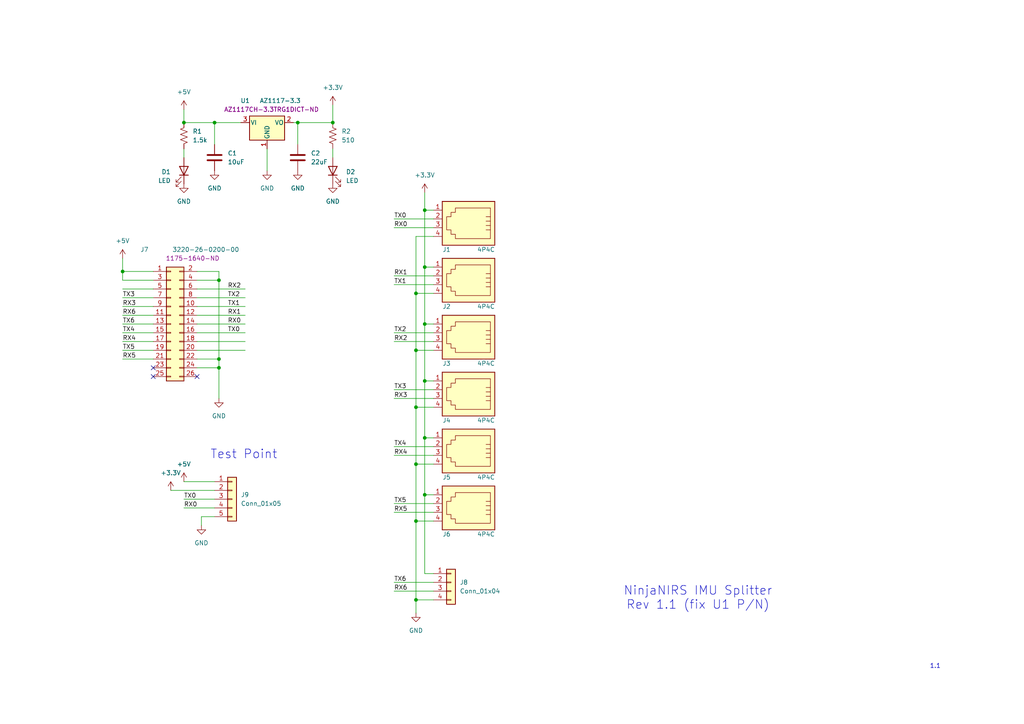
<source format=kicad_sch>
(kicad_sch (version 20231120) (generator "eeschema") (generator_version "8.0")
  (paper "A4")
  (lib_symbols
    (symbol "Connector:4P4C" (pin_names (offset 1.016))
      (property "Reference" "J" (at -5.08 8.89 0))
      (property "Value" "4P4C" (at 2.54 8.89 0))
      (symbol "4P4C_0_1"
        (polyline (pts (xy -6.35 -0.635) (xy -5.08 -0.635) (xy -5.08 -0.635)))
        (polyline (pts (xy -6.35 0.635) (xy -5.08 0.635) (xy -5.08 0.635)))
        (polyline (pts (xy -6.35 1.905) (xy -5.08 1.905) (xy -5.08 1.905)))
        (polyline (pts (xy -6.35 3.175) (xy -5.08 3.175) (xy -5.08 3.175)))
        (polyline (pts (xy -6.35 -3.175) (xy -6.35 5.715) (xy -1.27 5.715) (xy 3.81 5.715) (xy 3.81 4.445) (xy 5.08 4.445) (xy 5.08 3.175) (xy 6.35 3.175) (xy 6.35 -0.635) (xy 5.08 -0.635) (xy 5.08 -1.905) (xy 3.81 -1.905) (xy 3.81 -3.175) (xy -6.35 -3.175) (xy -6.35 -3.175)))
        (rectangle (start 7.62 7.62) (end -7.62 -5.08) (stroke (width 0.254)) (fill (type background)))
      )
      (symbol "4P4C_1_1"
        (pin passive line (at 10.16 -2.54 180) (length 2.54) (name "~") (number "1"))
        (pin passive line (at 10.16 0 180) (length 2.54) (name "~") (number "2"))
        (pin passive line (at 10.16 2.54 180) (length 2.54) (name "~") (number "3"))
        (pin passive line (at 10.16 5.08 180) (length 2.54) (name "~") (number "4"))
      )
    )
    (symbol "Connector_Generic:Conn_01x04" (pin_names (offset 1.016) hide)
      (property "Reference" "J" (at 0 5.08 0))
      (property "Value" "Conn_01x04" (at 0 -7.62 0))
      (symbol "Conn_01x04_1_1"
        (rectangle (start -1.27 -4.953) (end 0 -5.207) (stroke (width 0.1524)))
        (rectangle (start -1.27 -2.413) (end 0 -2.667) (stroke (width 0.1524)))
        (rectangle (start -1.27 0.127) (end 0 -0.127) (stroke (width 0.1524)))
        (rectangle (start -1.27 2.667) (end 0 2.413) (stroke (width 0.1524)))
        (rectangle (start -1.27 3.81) (end 1.27 -6.35) (stroke (width 0.254)) (fill (type background)))
        (pin passive line (at -5.08 2.54 0) (length 3.81) (name "Pin_1") (number "1"))
        (pin passive line (at -5.08 0 0) (length 3.81) (name "Pin_2") (number "2"))
        (pin passive line (at -5.08 -2.54 0) (length 3.81) (name "Pin_3") (number "3"))
        (pin passive line (at -5.08 -5.08 0) (length 3.81) (name "Pin_4") (number "4"))
      )
    )
    (symbol "Connector_Generic:Conn_01x05" (pin_names (offset 1.016) hide)
      (property "Reference" "J" (at 0 7.62 0))
      (property "Value" "Conn_01x05" (at 0 -7.62 0))
      (symbol "Conn_01x05_1_1"
        (rectangle (start -1.27 -4.953) (end 0 -5.207) (stroke (width 0.1524)))
        (rectangle (start -1.27 -2.413) (end 0 -2.667) (stroke (width 0.1524)))
        (rectangle (start -1.27 0.127) (end 0 -0.127) (stroke (width 0.1524)))
        (rectangle (start -1.27 2.667) (end 0 2.413) (stroke (width 0.1524)))
        (rectangle (start -1.27 5.207) (end 0 4.953) (stroke (width 0.1524)))
        (rectangle (start -1.27 6.35) (end 1.27 -6.35) (stroke (width 0.254)) (fill (type background)))
        (pin passive line (at -5.08 5.08 0) (length 3.81) (name "Pin_1") (number "1"))
        (pin passive line (at -5.08 2.54 0) (length 3.81) (name "Pin_2") (number "2"))
        (pin passive line (at -5.08 0 0) (length 3.81) (name "Pin_3") (number "3"))
        (pin passive line (at -5.08 -2.54 0) (length 3.81) (name "Pin_4") (number "4"))
        (pin passive line (at -5.08 -5.08 0) (length 3.81) (name "Pin_5") (number "5"))
      )
    )
    (symbol "Connector_Generic:Conn_02x13_Odd_Even" (pin_names (offset 1.016) hide)
      (property "Reference" "J" (at 1.27 17.78 0))
      (property "Value" "Conn_02x13_Odd_Even" (at 1.27 -17.78 0))
      (symbol "Conn_02x13_Odd_Even_1_1"
        (rectangle (start -1.27 -15.113) (end 0 -15.367) (stroke (width 0.1524)))
        (rectangle (start -1.27 -12.573) (end 0 -12.827) (stroke (width 0.1524)))
        (rectangle (start -1.27 -10.033) (end 0 -10.287) (stroke (width 0.1524)))
        (rectangle (start -1.27 -7.493) (end 0 -7.747) (stroke (width 0.1524)))
        (rectangle (start -1.27 -4.953) (end 0 -5.207) (stroke (width 0.1524)))
        (rectangle (start -1.27 -2.413) (end 0 -2.667) (stroke (width 0.1524)))
        (rectangle (start -1.27 0.127) (end 0 -0.127) (stroke (width 0.1524)))
        (rectangle (start -1.27 2.667) (end 0 2.413) (stroke (width 0.1524)))
        (rectangle (start -1.27 5.207) (end 0 4.953) (stroke (width 0.1524)))
        (rectangle (start -1.27 7.747) (end 0 7.493) (stroke (width 0.1524)))
        (rectangle (start -1.27 10.287) (end 0 10.033) (stroke (width 0.1524)))
        (rectangle (start -1.27 12.827) (end 0 12.573) (stroke (width 0.1524)))
        (rectangle (start -1.27 15.367) (end 0 15.113) (stroke (width 0.1524)))
        (rectangle (start -1.27 16.51) (end 3.81 -16.51) (stroke (width 0.254)) (fill (type background)))
        (rectangle (start 3.81 -15.113) (end 2.54 -15.367) (stroke (width 0.1524)))
        (rectangle (start 3.81 -12.573) (end 2.54 -12.827) (stroke (width 0.1524)))
        (rectangle (start 3.81 -10.033) (end 2.54 -10.287) (stroke (width 0.1524)))
        (rectangle (start 3.81 -7.493) (end 2.54 -7.747) (stroke (width 0.1524)))
        (rectangle (start 3.81 -4.953) (end 2.54 -5.207) (stroke (width 0.1524)))
        (rectangle (start 3.81 -2.413) (end 2.54 -2.667) (stroke (width 0.1524)))
        (rectangle (start 3.81 0.127) (end 2.54 -0.127) (stroke (width 0.1524)))
        (rectangle (start 3.81 2.667) (end 2.54 2.413) (stroke (width 0.1524)))
        (rectangle (start 3.81 5.207) (end 2.54 4.953) (stroke (width 0.1524)))
        (rectangle (start 3.81 7.747) (end 2.54 7.493) (stroke (width 0.1524)))
        (rectangle (start 3.81 10.287) (end 2.54 10.033) (stroke (width 0.1524)))
        (rectangle (start 3.81 12.827) (end 2.54 12.573) (stroke (width 0.1524)))
        (rectangle (start 3.81 15.367) (end 2.54 15.113) (stroke (width 0.1524)))
        (pin passive line (at -5.08 15.24 0) (length 3.81) (name "Pin_1") (number "1"))
        (pin passive line (at 7.62 5.08 180) (length 3.81) (name "Pin_10") (number "10"))
        (pin passive line (at -5.08 2.54 0) (length 3.81) (name "Pin_11") (number "11"))
        (pin passive line (at 7.62 2.54 180) (length 3.81) (name "Pin_12") (number "12"))
        (pin passive line (at -5.08 0 0) (length 3.81) (name "Pin_13") (number "13"))
        (pin passive line (at 7.62 0 180) (length 3.81) (name "Pin_14") (number "14"))
        (pin passive line (at -5.08 -2.54 0) (length 3.81) (name "Pin_15") (number "15"))
        (pin passive line (at 7.62 -2.54 180) (length 3.81) (name "Pin_16") (number "16"))
        (pin passive line (at -5.08 -5.08 0) (length 3.81) (name "Pin_17") (number "17"))
        (pin passive line (at 7.62 -5.08 180) (length 3.81) (name "Pin_18") (number "18"))
        (pin passive line (at -5.08 -7.62 0) (length 3.81) (name "Pin_19") (number "19"))
        (pin passive line (at 7.62 15.24 180) (length 3.81) (name "Pin_2") (number "2"))
        (pin passive line (at 7.62 -7.62 180) (length 3.81) (name "Pin_20") (number "20"))
        (pin passive line (at -5.08 -10.16 0) (length 3.81) (name "Pin_21") (number "21"))
        (pin passive line (at 7.62 -10.16 180) (length 3.81) (name "Pin_22") (number "22"))
        (pin passive line (at -5.08 -12.7 0) (length 3.81) (name "Pin_23") (number "23"))
        (pin passive line (at 7.62 -12.7 180) (length 3.81) (name "Pin_24") (number "24"))
        (pin passive line (at -5.08 -15.24 0) (length 3.81) (name "Pin_25") (number "25"))
        (pin passive line (at 7.62 -15.24 180) (length 3.81) (name "Pin_26") (number "26"))
        (pin passive line (at -5.08 12.7 0) (length 3.81) (name "Pin_3") (number "3"))
        (pin passive line (at 7.62 12.7 180) (length 3.81) (name "Pin_4") (number "4"))
        (pin passive line (at -5.08 10.16 0) (length 3.81) (name "Pin_5") (number "5"))
        (pin passive line (at 7.62 10.16 180) (length 3.81) (name "Pin_6") (number "6"))
        (pin passive line (at -5.08 7.62 0) (length 3.81) (name "Pin_7") (number "7"))
        (pin passive line (at 7.62 7.62 180) (length 3.81) (name "Pin_8") (number "8"))
        (pin passive line (at -5.08 5.08 0) (length 3.81) (name "Pin_9") (number "9"))
      )
    )
    (symbol "Device:C" (pin_numbers hide) (pin_names (offset 0.254))
      (property "Reference" "C" (at 0.635 2.54 0))
      (property "Value" "C" (at 0.635 -2.54 0))
      (symbol "C_0_1"
        (polyline (pts (xy -2.032 -0.762) (xy 2.032 -0.762)) (stroke (width 0.508)))
        (polyline (pts (xy -2.032 0.762) (xy 2.032 0.762)) (stroke (width 0.508)))
      )
      (symbol "C_1_1"
        (pin passive line (at 0 3.81 270) (length 2.794) (name "~") (number "1"))
        (pin passive line (at 0 -3.81 90) (length 2.794) (name "~") (number "2"))
      )
    )
    (symbol "Device:LED" (pin_numbers hide) (pin_names (offset 1.016) hide)
      (property "Reference" "D" (at 0 2.54 0))
      (property "Value" "LED" (at 0 -2.54 0))
      (symbol "LED_0_1"
        (polyline (pts (xy -1.27 -1.27) (xy -1.27 1.27)) (stroke (width 0.254)))
        (polyline (pts (xy -1.27 0) (xy 1.27 0)))
        (polyline (pts (xy 1.27 -1.27) (xy 1.27 1.27) (xy -1.27 0) (xy 1.27 -1.27)) (stroke (width 0.254)))
        (polyline (pts (xy -3.048 -0.762) (xy -4.572 -2.286) (xy -3.81 -2.286) (xy -4.572 -2.286) (xy -4.572 -1.524)))
        (polyline (pts (xy -1.778 -0.762) (xy -3.302 -2.286) (xy -2.54 -2.286) (xy -3.302 -2.286) (xy -3.302 -1.524)))
      )
      (symbol "LED_1_1"
        (pin passive line (at -3.81 0 0) (length 2.54) (name "K") (number "1"))
        (pin passive line (at 3.81 0 180) (length 2.54) (name "A") (number "2"))
      )
    )
    (symbol "Device:R_US" (pin_numbers hide) (pin_names (offset 0))
      (property "Reference" "R" (at 2.54 0 90))
      (property "Value" "R_US" (at -2.54 0 90))
      (symbol "R_US_0_1"
        (polyline (pts (xy 0 -2.286) (xy 0 -2.54)))
        (polyline (pts (xy 0 2.286) (xy 0 2.54)))
        (polyline (pts (xy 0 -0.762) (xy 1.016 -1.143) (xy 0 -1.524) (xy -1.016 -1.905) (xy 0 -2.286)))
        (polyline (pts (xy 0 0.762) (xy 1.016 0.381) (xy 0 0) (xy -1.016 -0.381) (xy 0 -0.762)))
        (polyline (pts (xy 0 2.286) (xy 1.016 1.905) (xy 0 1.524) (xy -1.016 1.143) (xy 0 0.762)))
      )
      (symbol "R_US_1_1"
        (pin passive line (at 0 3.81 270) (length 1.27) (name "~") (number "1"))
        (pin passive line (at 0 -3.81 90) (length 1.27) (name "~") (number "2"))
      )
    )
    (symbol "Regulator_Linear:AZ1117-3.3" (pin_names (offset 0.254))
      (property "Reference" "U" (at -3.81 3.175 0))
      (property "Value" "AZ1117-3.3" (at 0 3.175 0))
      (symbol "AZ1117-3.3_0_1"
        (rectangle (start -5.08 1.905) (end 5.08 -5.08) (stroke (width 0.254)) (fill (type background)))
      )
      (symbol "AZ1117-3.3_1_1"
        (pin power_in line (at 0 -7.62 90) (length 2.54) (name "GND") (number "1"))
        (pin power_out line (at 7.62 0 180) (length 2.54) (name "VO") (number "2"))
        (pin power_in line (at -7.62 0 0) (length 2.54) (name "VI") (number "3"))
      )
    )
    (symbol "power:+3.3V" (power) (pin_names (offset 0))
      (property "Value" "+3.3V" (at 0 3.556 0))
      (symbol "+3.3V_0_1"
        (polyline (pts (xy -0.762 1.27) (xy 0 2.54)))
        (polyline (pts (xy 0 0) (xy 0 2.54)))
        (polyline (pts (xy 0 2.54) (xy 0.762 1.27)))
      )
      (symbol "+3.3V_1_1"
        (pin power_in line (at 0 0 90) (length 0) hide (name "+3.3V") (number "1"))
      )
    )
    (symbol "power:+5V" (power) (pin_names (offset 0))
      (property "Value" "+5V" (at 0 3.556 0))
      (symbol "+5V_0_1"
        (polyline (pts (xy -0.762 1.27) (xy 0 2.54)))
        (polyline (pts (xy 0 0) (xy 0 2.54)))
        (polyline (pts (xy 0 2.54) (xy 0.762 1.27)))
      )
      (symbol "+5V_1_1"
        (pin power_in line (at 0 0 90) (length 0) hide (name "+5V") (number "1"))
      )
    )
    (symbol "power:GND" (power) (pin_names (offset 0))
      (property "Value" "GND" (at 0 -3.81 0))
      (symbol "GND_0_1"
        (polyline (pts (xy 0 0) (xy 0 -1.27) (xy 1.27 -1.27) (xy 0 -2.54) (xy -1.27 -1.27) (xy 0 -1.27)))
      )
      (symbol "GND_1_1"
        (pin power_in line (at 0 0 270) (length 0) hide (name "GND") (number "1"))
      )
    )
  )
  (junction (at 63.5 104.14))
  (junction (at 96.52 35.56))
  (junction (at 120.65 118.11))
  (junction (at 123.19 93.98))
  (junction (at 120.65 101.6))
  (junction (at 123.19 60.96))
  (junction (at 86.36 35.56))
  (junction (at 123.19 127))
  (junction (at 120.65 173.99))
  (junction (at 62.23 35.56))
  (junction (at 120.65 134.62))
  (junction (at 123.19 143.51))
  (junction (at 35.56 78.74))
  (junction (at 63.5 81.28))
  (junction (at 120.65 85.09))
  (junction (at 123.19 77.47))
  (junction (at 63.5 106.68))
  (junction (at 123.19 110.49))
  (junction (at 53.34 35.56))
  (junction (at 120.65 151.13))
  (no_connect (at 44.45 106.68))
  (no_connect (at 44.45 109.22))
  (no_connect (at 57.15 109.22))
  (wire (pts (xy 114.3 96.52) (xy 125.73 96.52)))
  (wire (pts (xy 35.56 78.74) (xy 44.45 78.74)))
  (wire (pts (xy 53.34 147.32) (xy 62.23 147.32)))
  (wire (pts (xy 62.23 35.56) (xy 69.85 35.56)))
  (wire (pts (xy 114.3 80.01) (xy 125.73 80.01)))
  (wire (pts (xy 114.3 148.59) (xy 125.73 148.59)))
  (wire (pts (xy 57.15 99.06) (xy 71.12 99.06)))
  (wire (pts (xy 35.56 88.9) (xy 44.45 88.9)))
  (wire (pts (xy 120.65 134.62) (xy 125.73 134.62)))
  (wire (pts (xy 114.3 63.5) (xy 125.73 63.5)))
  (wire (pts (xy 120.65 173.99) (xy 120.65 177.8)))
  (wire (pts (xy 86.36 35.56) (xy 86.36 41.91)))
  (wire (pts (xy 53.34 31.75) (xy 53.34 35.56)))
  (wire (pts (xy 120.65 151.13) (xy 125.73 151.13)))
  (wire (pts (xy 123.19 77.47) (xy 125.73 77.47)))
  (wire (pts (xy 62.23 41.91) (xy 62.23 35.56)))
  (wire (pts (xy 114.3 132.08) (xy 125.73 132.08)))
  (wire (pts (xy 120.65 134.62) (xy 120.65 118.11)))
  (wire (pts (xy 120.65 118.11) (xy 120.65 101.6)))
  (wire (pts (xy 123.19 143.51) (xy 125.73 143.51)))
  (wire (pts (xy 85.09 35.56) (xy 86.36 35.56)))
  (wire (pts (xy 63.5 78.74) (xy 63.5 81.28)))
  (wire (pts (xy 35.56 93.98) (xy 44.45 93.98)))
  (wire (pts (xy 57.15 106.68) (xy 63.5 106.68)))
  (wire (pts (xy 123.19 127) (xy 123.19 143.51)))
  (wire (pts (xy 123.19 166.37) (xy 125.73 166.37)))
  (wire (pts (xy 123.19 55.88) (xy 123.19 60.96)))
  (wire (pts (xy 114.3 113.03) (xy 125.73 113.03)))
  (wire (pts (xy 57.15 101.6) (xy 71.12 101.6)))
  (wire (pts (xy 123.19 93.98) (xy 125.73 93.98)))
  (wire (pts (xy 63.5 81.28) (xy 63.5 104.14)))
  (wire (pts (xy 120.65 68.58) (xy 125.73 68.58)))
  (wire (pts (xy 120.65 151.13) (xy 120.65 134.62)))
  (wire (pts (xy 57.15 86.36) (xy 71.12 86.36)))
  (wire (pts (xy 53.34 35.56) (xy 62.23 35.56)))
  (wire (pts (xy 35.56 78.74) (xy 35.56 81.28)))
  (wire (pts (xy 63.5 104.14) (xy 63.5 106.68)))
  (wire (pts (xy 123.19 110.49) (xy 125.73 110.49)))
  (wire (pts (xy 123.19 143.51) (xy 123.19 166.37)))
  (wire (pts (xy 114.3 171.45) (xy 125.73 171.45)))
  (wire (pts (xy 77.47 49.53) (xy 77.47 43.18)))
  (wire (pts (xy 120.65 85.09) (xy 125.73 85.09)))
  (wire (pts (xy 44.45 81.28) (xy 35.56 81.28)))
  (wire (pts (xy 35.56 101.6) (xy 44.45 101.6)))
  (wire (pts (xy 123.19 60.96) (xy 123.19 77.47)))
  (wire (pts (xy 58.42 152.4) (xy 58.42 149.86)))
  (wire (pts (xy 125.73 60.96) (xy 123.19 60.96)))
  (wire (pts (xy 123.19 127) (xy 125.73 127)))
  (wire (pts (xy 114.3 82.55) (xy 125.73 82.55)))
  (wire (pts (xy 125.73 173.99) (xy 120.65 173.99)))
  (wire (pts (xy 57.15 93.98) (xy 71.12 93.98)))
  (wire (pts (xy 35.56 99.06) (xy 44.45 99.06)))
  (wire (pts (xy 96.52 43.18) (xy 96.52 45.72)))
  (wire (pts (xy 53.34 139.7) (xy 62.23 139.7)))
  (wire (pts (xy 49.53 142.24) (xy 62.23 142.24)))
  (wire (pts (xy 96.52 30.48) (xy 96.52 35.56)))
  (wire (pts (xy 57.15 91.44) (xy 71.12 91.44)))
  (wire (pts (xy 123.19 110.49) (xy 123.19 127)))
  (wire (pts (xy 120.65 101.6) (xy 125.73 101.6)))
  (wire (pts (xy 86.36 35.56) (xy 96.52 35.56)))
  (wire (pts (xy 123.19 77.47) (xy 123.19 93.98)))
  (wire (pts (xy 35.56 91.44) (xy 44.45 91.44)))
  (wire (pts (xy 123.19 93.98) (xy 123.19 110.49)))
  (wire (pts (xy 114.3 129.54) (xy 125.73 129.54)))
  (wire (pts (xy 114.3 146.05) (xy 125.73 146.05)))
  (wire (pts (xy 57.15 96.52) (xy 71.12 96.52)))
  (wire (pts (xy 35.56 96.52) (xy 44.45 96.52)))
  (wire (pts (xy 53.34 144.78) (xy 62.23 144.78)))
  (wire (pts (xy 120.65 118.11) (xy 125.73 118.11)))
  (wire (pts (xy 35.56 104.14) (xy 44.45 104.14)))
  (wire (pts (xy 63.5 106.68) (xy 63.5 115.57)))
  (wire (pts (xy 57.15 104.14) (xy 63.5 104.14)))
  (wire (pts (xy 114.3 168.91) (xy 125.73 168.91)))
  (wire (pts (xy 57.15 83.82) (xy 71.12 83.82)))
  (wire (pts (xy 114.3 99.06) (xy 125.73 99.06)))
  (wire (pts (xy 114.3 115.57) (xy 125.73 115.57)))
  (wire (pts (xy 35.56 74.93) (xy 35.56 78.74)))
  (wire (pts (xy 35.56 83.82) (xy 44.45 83.82)))
  (wire (pts (xy 57.15 81.28) (xy 63.5 81.28)))
  (wire (pts (xy 114.3 66.04) (xy 125.73 66.04)))
  (wire (pts (xy 120.65 85.09) (xy 120.65 68.58)))
  (wire (pts (xy 57.15 78.74) (xy 63.5 78.74)))
  (wire (pts (xy 120.65 173.99) (xy 120.65 151.13)))
  (wire (pts (xy 58.42 149.86) (xy 62.23 149.86)))
  (wire (pts (xy 53.34 43.18) (xy 53.34 45.72)))
  (wire (pts (xy 35.56 86.36) (xy 44.45 86.36)))
  (wire (pts (xy 57.15 88.9) (xy 71.12 88.9)))
  (wire (pts (xy 120.65 101.6) (xy 120.65 85.09)))
  (text "1.1" (at 271.272 193.294 0) (effects (font (size 1.27 1.27))))
  (text "Test Point" (at 60.96 133.35 0) (effects (font (size 2.54 2.54)) (justify left bottom)))
  (text "NinjaNIRS IMU Splitter\nRev 1.1 (fix U1 P/N)" (at 202.438 173.482 0) (effects (font (size 2.54 2.54))))
  (label "TX2" (at 66.04 86.36 0))
  (label "TX0" (at 114.3 63.5 0))
  (label "TX5" (at 114.3 146.05 0))
  (label "RX6" (at 35.56 91.44 0))
  (label "TX1" (at 114.3 82.55 0))
  (label "TX1" (at 66.04 88.9 0))
  (label "TX2" (at 114.3 96.52 0))
  (label "TX5" (at 35.56 101.6 0))
  (label "TX3" (at 35.56 86.36 0))
  (label "TX4" (at 35.56 96.52 0))
  (label "TX6" (at 114.3 168.91 0))
  (label "RX4" (at 114.3 132.08 0))
  (label "RX3" (at 35.56 88.9 0))
  (label "RX0" (at 53.34 147.32 0))
  (label "TX0" (at 66.04 96.52 0))
  (label "RX5" (at 35.56 104.14 0))
  (label "TX3" (at 114.3 113.03 0))
  (label "RX3" (at 114.3 115.57 0))
  (label "RX0" (at 66.04 93.98 0))
  (label "RX1" (at 66.04 91.44 0))
  (label "RX5" (at 114.3 148.59 0))
  (label "TX4" (at 114.3 129.54 0))
  (label "RX2" (at 66.04 83.82 0))
  (label "RX2" (at 114.3 99.06 0))
  (label "TX6" (at 35.56 93.98 0))
  (label "RX1" (at 114.3 80.01 0))
  (label "RX6" (at 114.3 171.45 0))
  (label "RX0" (at 114.3 66.04 0))
  (label "TX0" (at 53.34 144.78 0))
  (label "RX4" (at 35.56 99.06 0))
  (symbol (lib_id "Connector:4P4C") (at 135.89 80.01 180) (unit 1)
    (property "Reference" "J2" (at 129.54 88.9 0))
    (property "Value" "4P4C" (at 140.97 88.9 0))
    (property "Footprint" "my_RJ:A-2004-3-4-LP" (effects (hide yes)))
    (property "CatNo" "AE10381-ND" (effects (hide yes)))
    (property "MfgNo" "A-2004-3-4-LP-N-R" (effects (hide yes)))
  )
  (symbol (lib_id "power:GND") (at 120.65 177.8 0) (unit 1)
    (property "Reference" "#PWR09" (effects (hide yes)))
    (property "Value" "GND" (at 120.65 182.88 0))
  )
  (symbol (lib_id "power:+3.3V") (at 123.19 55.88 0) (unit 1)
    (property "Reference" "#PWR08" (effects (hide yes)))
    (property "Value" "+3.3V" (at 123.19 50.8 0))
  )
  (symbol (lib_id "power:GND") (at 53.34 53.34 0) (mirror y) (unit 1)
    (property "Reference" "#PWR013" (effects (hide yes)))
    (property "Value" "GND" (at 53.34 58.42 0))
  )
  (symbol (lib_id "power:GND") (at 63.5 115.57 0) (unit 1)
    (property "Reference" "#PWR07" (effects (hide yes)))
    (property "Value" "GND" (at 63.5 120.65 0))
  )
  (symbol (lib_id "Device:C") (at 62.23 45.72 0) (unit 1)
    (property "Reference" "C1" (at 66.04 44.45 0) (effects (justify left)))
    (property "Value" "10uF" (at 66.04 46.99 0) (effects (justify left)))
    (property "Footprint" "Capacitor_SMD:C_0805_2012Metric_Pad1.18x1.45mm_HandSolder" (effects (hide yes)))
    (property "CatNo" "1276-1096-1-ND" (effects (hide yes)))
    (property "MfgNo" "CL21A106KOQNNNE" (effects (hide yes)))
  )
  (symbol (lib_id "Device:LED") (at 53.34 49.53 270) (mirror x) (unit 1)
    (property "Reference" "D1" (at 49.53 49.8475 90) (effects (justify right)))
    (property "Value" "LED" (at 49.53 52.3875 90) (effects (justify right)))
    (property "Footprint" "LED_SMD:LED_0805_2012Metric_Pad1.15x1.40mm_HandSolder" (effects (hide yes)))
    (property "CatNo" "350-5973006607FCT-ND" (effects (hide yes)))
    (property "MfgNo" "5973006607F" (effects (hide yes)))
  )
  (symbol (lib_id "Device:R_US") (at 53.34 39.37 0) (mirror y) (unit 1)
    (property "Reference" "R1" (at 55.88 38.1 0) (effects (justify right)))
    (property "Value" "1.5k" (at 55.88 40.64 0) (effects (justify right)))
    (property "Footprint" "Resistor_SMD:R_0805_2012Metric_Pad1.20x1.40mm_HandSolder" (effects (hide yes)))
    (property "MfgNo" "RC0805FR-071K5L" (effects (hide yes)))
    (property "CatNo" "311-1.50KCRCT-ND" (effects (hide yes)))
  )
  (symbol (lib_id "Connector:4P4C") (at 135.89 96.52 180) (unit 1)
    (property "Reference" "J3" (at 129.54 105.41 0))
    (property "Value" "4P4C" (at 140.97 105.41 0))
    (property "Footprint" "my_RJ:A-2004-3-4-LP" (effects (hide yes)))
    (property "CatNo" "AE10381-ND" (effects (hide yes)))
    (property "MfgNo" "A-2004-3-4-LP-N-R" (effects (hide yes)))
  )
  (symbol (lib_id "Connector_Generic:Conn_01x05") (at 67.31 144.78 0) (unit 1)
    (property "Reference" "J9" (at 69.85 143.51 0) (effects (justify left)))
    (property "Value" "Conn_01x05" (at 69.85 146.05 0) (effects (justify left)))
    (property "Footprint" "Connector_PinHeader_2.54mm:PinHeader_1x05_P2.54mm_Vertical" (effects (hide yes)))
    (property "MfgNo" "68000-105HLF" (effects (hide yes)))
    (property "CatNo" "609-3462-ND" (effects (hide yes)))
  )
  (symbol (lib_id "power:+5V") (at 35.56 74.93 0) (unit 1)
    (property "Reference" "#PWR06" (effects (hide yes)))
    (property "Value" "+5V" (at 35.56 69.85 0))
  )
  (symbol (lib_id "Connector_Generic:Conn_02x13_Odd_Even") (at 49.53 93.98 0) (unit 1)
    (property "Reference" "J7" (at 41.91 72.39 0))
    (property "Value" "3220-26-0200-00" (at 59.69 72.39 0))
    (property "Footprint" "models:SAMTEC_SHF-113-01-L-D-RA" (effects (hide yes)))
    (property "CatNo" "1175-1640-ND" (at 55.88 74.93 0))
    (property "MfgNo" "3220-26-0200-00" (effects (hide yes)))
  )
  (symbol (lib_id "Connector:4P4C") (at 135.89 146.05 180) (unit 1)
    (property "Reference" "J6" (at 129.54 154.94 0))
    (property "Value" "4P4C" (at 140.97 154.94 0))
    (property "Footprint" "my_RJ:A-2004-3-4-LP" (effects (hide yes)))
    (property "CatNo" "AE10381-ND" (effects (hide yes)))
    (property "MfgNo" "A-2004-3-4-LP-N-R" (effects (hide yes)))
  )
  (symbol (lib_id "Connector_Generic:Conn_01x04") (at 130.81 168.91 0) (unit 1)
    (property "Reference" "J8" (at 133.35 168.91 0) (effects (justify left)))
    (property "Value" "Conn_01x04" (at 133.35 171.45 0) (effects (justify left)))
    (property "Footprint" "Connector_PinHeader_1.27mm:PinHeader_1x04_P1.27mm_Vertical" (effects (hide yes)))
    (property "MfgNo" "TMS-104-01-G-S" (effects (hide yes)))
    (property "CatNo" "SAM10242-ND" (effects (hide yes)))
  )
  (symbol (lib_id "power:+3.3V") (at 96.52 30.48 0) (unit 1)
    (property "Reference" "#PWR05" (effects (hide yes)))
    (property "Value" "+3.3V" (at 96.52 25.4 0))
  )
  (symbol (lib_id "power:+5V") (at 53.34 139.7 0) (unit 1)
    (property "Reference" "#PWR011" (effects (hide yes)))
    (property "Value" "+5V" (at 53.34 134.62 0))
  )
  (symbol (lib_id "Device:C") (at 86.36 45.72 0) (unit 1)
    (property "Reference" "C2" (at 90.17 44.45 0) (effects (justify left)))
    (property "Value" "22uF" (at 90.17 46.99 0) (effects (justify left)))
    (property "Footprint" "Capacitor_SMD:C_0805_2012Metric_Pad1.18x1.45mm_HandSolder" (effects (hide yes)))
    (property "CatNo" "1276-6526-1-ND" (effects (hide yes)))
    (property "MfgNo" "CL21A226KOQNNNE" (effects (hide yes)))
  )
  (symbol (lib_id "Connector:4P4C") (at 135.89 63.5 180) (unit 1)
    (property "Reference" "J1" (at 129.54 72.39 0))
    (property "Value" "4P4C" (at 140.97 72.39 0))
    (property "Footprint" "my_RJ:A-2004-3-4-LP" (effects (hide yes)))
    (property "CatNo" "AE10381-ND" (effects (hide yes)))
    (property "MfgNo" "A-2004-3-4-LP-N-R" (effects (hide yes)))
  )
  (symbol (lib_id "power:+5V") (at 53.34 31.75 0) (unit 1)
    (property "Reference" "#PWR04" (effects (hide yes)))
    (property "Value" "+5V" (at 53.34 26.67 0))
  )
  (symbol (lib_id "power:GND") (at 62.23 49.53 0) (unit 1)
    (property "Reference" "#PWR01" (effects (hide yes)))
    (property "Value" "GND" (at 62.23 54.61 0))
  )
  (symbol (lib_id "Connector:4P4C") (at 135.89 113.03 180) (unit 1)
    (property "Reference" "J4" (at 129.54 121.92 0))
    (property "Value" "4P4C" (at 140.97 121.92 0))
    (property "Footprint" "my_RJ:A-2004-3-4-LP" (effects (hide yes)))
    (property "CatNo" "AE10381-ND" (effects (hide yes)))
    (property "MfgNo" "A-2004-3-4-LP-N-R" (effects (hide yes)))
  )
  (symbol (lib_id "Device:R_US") (at 96.52 39.37 0) (unit 1)
    (property "Reference" "R2" (at 99.06 38.1 0) (effects (justify left)))
    (property "Value" "510" (at 99.06 40.64 0) (effects (justify left)))
    (property "Footprint" "Capacitor_SMD:C_0805_2012Metric_Pad1.18x1.45mm_HandSolder" (effects (hide yes)))
    (property "MfgNo" "RC0805FR-07510RL" (effects (hide yes)))
    (property "CatNo" "311-510CRCT-ND" (effects (hide yes)))
  )
  (symbol (lib_id "power:GND") (at 77.47 49.53 0) (unit 1)
    (property "Reference" "#PWR03" (effects (hide yes)))
    (property "Value" "GND" (at 77.47 54.61 0))
  )
  (symbol (lib_id "power:GND") (at 86.36 49.53 0) (unit 1)
    (property "Reference" "#PWR02" (effects (hide yes)))
    (property "Value" "GND" (at 86.36 54.61 0))
  )
  (symbol (lib_id "Device:LED") (at 96.52 49.53 90) (unit 1)
    (property "Reference" "D2" (at 100.33 49.8475 90) (effects (justify right)))
    (property "Value" "LED" (at 100.33 52.3875 90) (effects (justify right)))
    (property "Footprint" "LED_SMD:LED_0805_2012Metric_Pad1.15x1.40mm_HandSolder" (effects (hide yes)))
    (property "CatNo" "350-5973006607FCT-ND" (effects (hide yes)))
    (property "MfgNo" "5973006607F" (effects (hide yes)))
  )
  (symbol (lib_id "power:GND") (at 58.42 152.4 0) (unit 1)
    (property "Reference" "#PWR010" (effects (hide yes)))
    (property "Value" "GND" (at 58.42 157.48 0))
  )
  (symbol (lib_id "Regulator_Linear:AZ1117-3.3") (at 77.47 35.56 0) (unit 1)
    (property "Reference" "U1" (at 71.12 29.21 0))
    (property "Value" "AZ1117-3.3" (at 81.28 29.21 0))
    (property "Footprint" "Package_TO_SOT_SMD:SOT-223-3_TabPin2" (effects (hide yes)))
    (property "Datasheet" "https://www.diodes.com/assets/Datasheets/AZ1117.pdf" (effects (hide yes)))
    (property "CatNo" "AZ1117CH-3.3TRG1DICT-ND" (at 78.74 31.75 0))
    (property "MfgNo" "AZ1117CH-3.3TRG1" (effects (hide yes)))
  )
  (symbol (lib_id "power:GND") (at 96.52 53.34 0) (unit 1)
    (property "Reference" "#PWR014" (effects (hide yes)))
    (property "Value" "GND" (at 96.52 58.42 0))
  )
  (symbol (lib_id "power:+3.3V") (at 49.53 142.24 0) (unit 1)
    (property "Reference" "#PWR012" (effects (hide yes)))
    (property "Value" "+3.3V" (at 49.53 137.16 0))
  )
  (symbol (lib_id "Connector:4P4C") (at 135.89 129.54 180) (unit 1)
    (property "Reference" "J5" (at 129.54 138.43 0))
    (property "Value" "4P4C" (at 140.97 138.43 0))
    (property "Footprint" "my_RJ:A-2004-3-4-LP" (effects (hide yes)))
    (property "CatNo" "AE10381-ND" (effects (hide yes)))
    (property "MfgNo" "A-2004-3-4-LP-N-R" (effects (hide yes)))
  )
)
</source>
